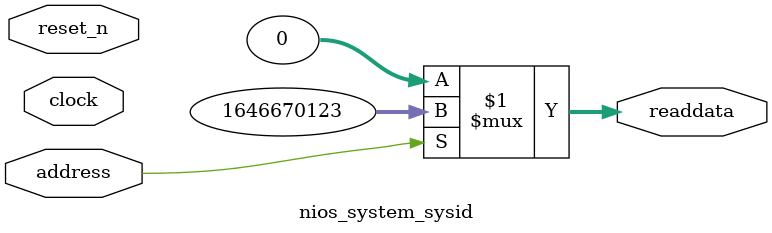
<source format=v>



// synthesis translate_off
`timescale 1ns / 1ps
// synthesis translate_on

// turn off superfluous verilog processor warnings 
// altera message_level Level1 
// altera message_off 10034 10035 10036 10037 10230 10240 10030 

module nios_system_sysid (
               // inputs:
                address,
                clock,
                reset_n,

               // outputs:
                readdata
             )
;

  output  [ 31: 0] readdata;
  input            address;
  input            clock;
  input            reset_n;

  wire    [ 31: 0] readdata;
  //control_slave, which is an e_avalon_slave
  assign readdata = address ? 1646670123 : 0;

endmodule



</source>
